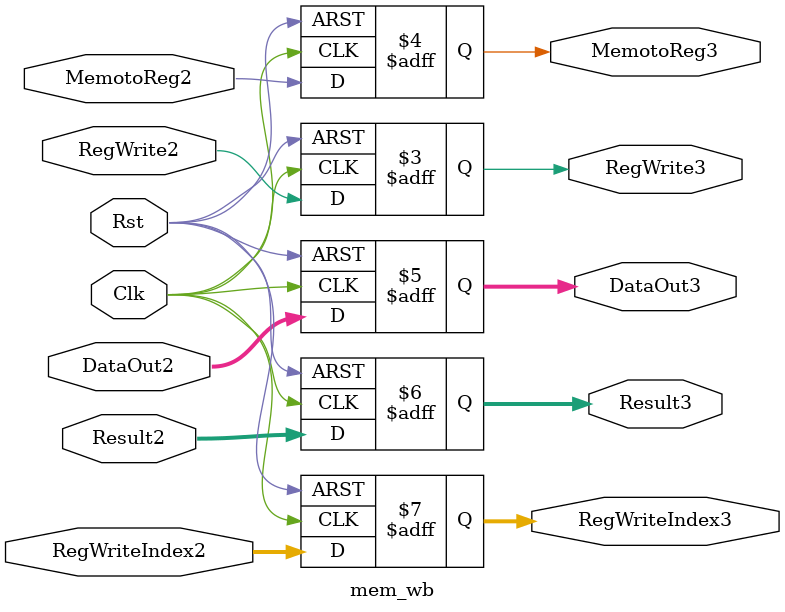
<source format=v>
module mem_wb(
	input wire Clk,
	input wire Rst,

	input wire RegWrite2,
	input wire MemotoReg2,
	input wire[15:0] DataOut2,
	input wire[15:0] Result2,
	input wire[3:0] RegWriteIndex2,

	output reg RegWrite3,
	output reg MemotoReg3,
	output reg[15:0] DataOut3,
	output reg[15:0] Result3,
	output reg[3:0] RegWriteIndex3
	);

	always @(posedge Clk or negedge Rst) begin
		if (!Rst) begin
			RegWrite3 <= 0;
			MemotoReg3 <= 0;
			DataOut3 <= 0;
			Result3 <= 0;
			RegWriteIndex3 <= 0;
		end else begin
			RegWrite3 <= RegWrite2;
			MemotoReg3 <= MemotoReg2;
			DataOut3 <= DataOut2;
			Result3 <= Result2;
			RegWriteIndex3 <= RegWriteIndex2;
		end
	end

endmodule

</source>
